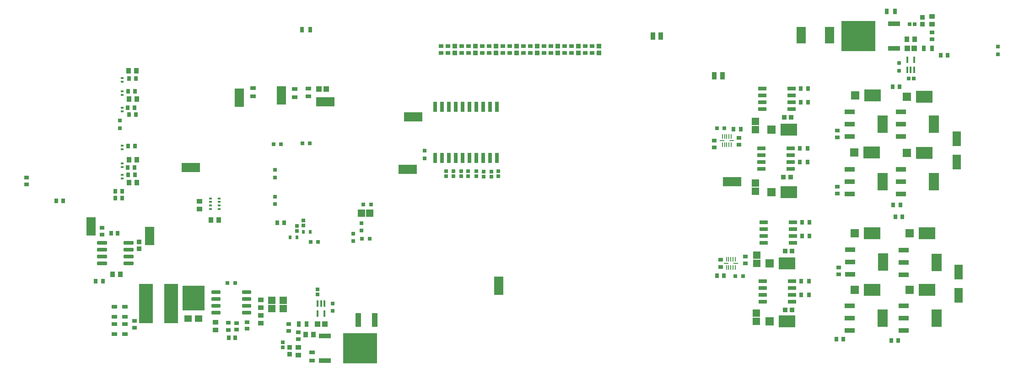
<source format=gbp>
G04*
G04 #@! TF.GenerationSoftware,Altium Limited,Altium Designer,23.7.1 (13)*
G04*
G04 Layer_Color=128*
%FSLAX44Y44*%
%MOMM*%
G71*
G04*
G04 #@! TF.SameCoordinates,9AC6D79B-6B5E-4FBD-9D38-37E555C90168*
G04*
G04*
G04 #@! TF.FilePolarity,Positive*
G04*
G01*
G75*
%ADD19R,1.7800X3.4300*%
%ADD20R,0.9500X0.8000*%
%ADD21R,0.9500X1.0500*%
%ADD23R,3.4300X1.7800*%
%ADD24R,0.6500X0.7000*%
%ADD25R,0.7000X0.6500*%
%ADD28R,0.8500X0.7500*%
%ADD30R,0.7500X0.8500*%
%ADD32R,0.7000X0.7000*%
%ADD33R,1.9000X0.9500*%
%ADD34R,1.9000X3.2500*%
%ADD36R,0.6000X0.8000*%
%ADD37R,0.8000X0.9500*%
%ADD45R,1.5250X0.6500*%
%ADD46R,3.1000X2.2000*%
%ADD47R,1.6000X2.8000*%
%ADD48R,1.5000X1.5200*%
%ADD49R,1.4562X1.3781*%
%ADD50R,0.9000X0.8500*%
%ADD51R,1.0500X0.9000*%
%ADD52R,0.4000X1.2000*%
%ADD53R,2.2500X0.9000*%
%ADD54R,1.1000X1.1000*%
%ADD55R,0.8000X1.0000*%
%ADD56R,0.7000X0.9000*%
%ADD57R,0.2000X0.9500*%
%ADD58R,6.3000X5.5500*%
%ADD59R,1.7800X3.1500*%
%ADD60R,0.8500X0.9000*%
%ADD61R,0.9500X0.2000*%
%ADD63R,0.9500X1.3500*%
%ADD64R,0.9000X0.7500*%
%ADD71R,0.7500X0.9000*%
%ADD81R,0.7000X0.7000*%
%ADD84R,1.0500X0.9500*%
%ADD176R,0.8500X0.7000*%
G04:AMPARAMS|DCode=177|XSize=0.65mm|YSize=1.65mm|CornerRadius=0.0488mm|HoleSize=0mm|Usage=FLASHONLY|Rotation=90.000|XOffset=0mm|YOffset=0mm|HoleType=Round|Shape=RoundedRectangle|*
%AMROUNDEDRECTD177*
21,1,0.6500,1.5525,0,0,90.0*
21,1,0.5525,1.6500,0,0,90.0*
1,1,0.0975,0.7763,0.2763*
1,1,0.0975,0.7763,-0.2763*
1,1,0.0975,-0.7763,-0.2763*
1,1,0.0975,-0.7763,0.2763*
%
%ADD177ROUNDEDRECTD177*%
%ADD178R,0.9000X1.0500*%
G04:AMPARAMS|DCode=179|XSize=1.9mm|YSize=0.6mm|CornerRadius=0.075mm|HoleSize=0mm|Usage=FLASHONLY|Rotation=180.000|XOffset=0mm|YOffset=0mm|HoleType=Round|Shape=RoundedRectangle|*
%AMROUNDEDRECTD179*
21,1,1.9000,0.4500,0,0,180.0*
21,1,1.7500,0.6000,0,0,180.0*
1,1,0.1500,-0.8750,0.2250*
1,1,0.1500,0.8750,0.2250*
1,1,0.1500,0.8750,-0.2250*
1,1,0.1500,-0.8750,-0.2250*
%
%ADD179ROUNDEDRECTD179*%
%ADD180R,2.5908X7.2898*%
%ADD181R,4.1500X4.6500*%
%ADD182R,0.5000X0.3500*%
%ADD183R,0.7000X1.9500*%
%ADD184R,1.0000X0.8000*%
%ADD185R,1.0000X1.1000*%
%ADD186R,1.0000X2.5000*%
%ADD187R,0.6000X0.3500*%
%ADD188R,1.4500X1.1500*%
%ADD189R,1.0500X0.8000*%
%ADD190R,1.3781X1.4562*%
D19*
X892810Y170180D02*
D03*
X138430Y280670D02*
D03*
X246380Y262890D02*
D03*
X490220Y523240D02*
D03*
X412750Y519430D02*
D03*
D20*
X504190Y86560D02*
D03*
Y99060D02*
D03*
X392430Y88500D02*
D03*
Y102000D02*
D03*
D21*
X549910Y80010D02*
D03*
X535410D02*
D03*
X1647560Y627380D02*
D03*
X1662060D02*
D03*
X374280Y292100D02*
D03*
X359780D02*
D03*
D23*
X723900Y386080D02*
D03*
X571500Y511810D02*
D03*
X322580Y389890D02*
D03*
X1324610Y363220D02*
D03*
X734060Y483870D02*
D03*
D24*
X530860Y291770D02*
D03*
X519430Y281610D02*
D03*
X891540Y373380D02*
D03*
X878840Y372770D02*
D03*
X864870D02*
D03*
X850900Y373380D02*
D03*
X835660D02*
D03*
X795020D02*
D03*
Y382880D02*
D03*
X808990Y383210D02*
D03*
X822960D02*
D03*
X835660Y382880D02*
D03*
X850900D02*
D03*
X864870Y382270D02*
D03*
X878840D02*
D03*
X891540Y382880D02*
D03*
X519430Y272110D02*
D03*
X530860Y282270D02*
D03*
X822960Y373710D02*
D03*
X808990D02*
D03*
X492760Y65710D02*
D03*
X557530Y163500D02*
D03*
X492760Y56210D02*
D03*
X557530Y154000D02*
D03*
D25*
X1651330Y554990D02*
D03*
X638810Y272650D02*
D03*
X1662100Y655320D02*
D03*
X1652600D02*
D03*
X1660830Y554990D02*
D03*
X638810Y286150D02*
D03*
D28*
X1052830Y614830D02*
D03*
X1065530Y614830D02*
D03*
X1014730Y614830D02*
D03*
X1027430Y614830D02*
D03*
X976630Y614830D02*
D03*
X989330Y614830D02*
D03*
X938530Y614830D02*
D03*
X951230Y614830D02*
D03*
X900430Y614830D02*
D03*
X913130Y614830D02*
D03*
X862330Y614830D02*
D03*
X875030Y614830D02*
D03*
X824230Y614830D02*
D03*
X836930Y614830D02*
D03*
X786130Y614830D02*
D03*
X798830Y614830D02*
D03*
X951230Y601830D02*
D03*
X989330D02*
D03*
X1027430D02*
D03*
X1065530D02*
D03*
X798830D02*
D03*
X836930D02*
D03*
X875030D02*
D03*
X913130D02*
D03*
X1694180Y627380D02*
D03*
Y640380D02*
D03*
X1518920Y341480D02*
D03*
X1521460Y191620D02*
D03*
X1518920Y445620D02*
D03*
X1291590Y439570D02*
D03*
X1348740Y211820D02*
D03*
X1337310Y431650D02*
D03*
X1303020Y218470D02*
D03*
X158750Y265130D02*
D03*
X521970Y83970D02*
D03*
X1518920Y458620D02*
D03*
Y354480D02*
D03*
X1521460Y204620D02*
D03*
X521970Y70970D02*
D03*
X19050Y370990D02*
D03*
X1348740Y224820D02*
D03*
X1303020Y205470D02*
D03*
X158750Y278130D02*
D03*
X1052830Y601830D02*
D03*
X1014730D02*
D03*
X976630D02*
D03*
X938530D02*
D03*
X900430D02*
D03*
X862330D02*
D03*
X824230D02*
D03*
X786130D02*
D03*
X1291590Y426570D02*
D03*
X1337310Y444650D02*
D03*
X19050Y357990D02*
D03*
D30*
X1530500Y71120D02*
D03*
X1635760Y320040D02*
D03*
X1626720Y298450D02*
D03*
X1621640Y539750D02*
D03*
X1632100Y68580D02*
D03*
X1327150Y461010D02*
D03*
X1309520Y189230D02*
D03*
X1622760Y320040D02*
D03*
X1639720Y298450D02*
D03*
X1634640Y539750D02*
D03*
X1517500Y71120D02*
D03*
X219860Y530860D02*
D03*
X221130Y554990D02*
D03*
X219860Y375920D02*
D03*
X218590Y389890D02*
D03*
Y500380D02*
D03*
X221130Y487680D02*
D03*
X219860Y429260D02*
D03*
X482450Y287020D02*
D03*
X195730Y332740D02*
D03*
Y345440D02*
D03*
X86510Y327660D02*
D03*
X1619100Y68580D02*
D03*
X206860Y530860D02*
D03*
X208130Y554990D02*
D03*
X206860Y375920D02*
D03*
X205590Y389890D02*
D03*
Y500380D02*
D03*
X206860Y429260D02*
D03*
X1296520Y189230D02*
D03*
X495450Y287020D02*
D03*
X208130Y487680D02*
D03*
X1340150Y461010D02*
D03*
X182730Y332740D02*
D03*
Y345440D02*
D03*
X73510Y327660D02*
D03*
D32*
X404510Y175260D02*
D03*
X390510D02*
D03*
X639430Y257810D02*
D03*
X489600Y433070D02*
D03*
X1344310Y187840D02*
D03*
X1330310D02*
D03*
X528940Y434340D02*
D03*
X542940D02*
D03*
X544180Y251460D02*
D03*
X558180D02*
D03*
X641970Y321310D02*
D03*
X655970D02*
D03*
X475600Y433070D02*
D03*
X1310020Y462280D02*
D03*
X1296020D02*
D03*
X653430Y257810D02*
D03*
D33*
X1642090Y133490D02*
D03*
Y87490D02*
D03*
Y110490D02*
D03*
Y213360D02*
D03*
X1541760Y340220D02*
D03*
X1543030Y191630D02*
D03*
X1541760Y446900D02*
D03*
Y87490D02*
D03*
X1637010Y340220D02*
D03*
X1642090Y190360D02*
D03*
X1637010Y446900D02*
D03*
Y386220D02*
D03*
X1541760Y363220D02*
D03*
X1642090Y236360D02*
D03*
X1543030Y214630D02*
D03*
X1637010Y492900D02*
D03*
X1541760Y469900D02*
D03*
Y492900D02*
D03*
Y386220D02*
D03*
X1543030Y237630D02*
D03*
X1541760Y133490D02*
D03*
Y110490D02*
D03*
X1637010Y469900D02*
D03*
Y363220D02*
D03*
D34*
X1703090Y110490D02*
D03*
Y213360D02*
D03*
X1602760Y363220D02*
D03*
X1604030Y214630D02*
D03*
X1602760Y469900D02*
D03*
Y110490D02*
D03*
X1698010Y469900D02*
D03*
Y363220D02*
D03*
D36*
X519580Y260350D02*
D03*
X530710Y270510D02*
D03*
X543710D02*
D03*
X506580Y260350D02*
D03*
D37*
X1723290Y598170D02*
D03*
X1710790D02*
D03*
X146920Y179070D02*
D03*
X160420D02*
D03*
D45*
X1381310Y140970D02*
D03*
X1382580Y250190D02*
D03*
X1378770Y412750D02*
D03*
Y400050D02*
D03*
X1382580Y275590D02*
D03*
Y262890D02*
D03*
X1380040Y523240D02*
D03*
Y510540D02*
D03*
X1381310Y166370D02*
D03*
Y153670D02*
D03*
X1434280Y510540D02*
D03*
Y535940D02*
D03*
X1435550Y153670D02*
D03*
Y179070D02*
D03*
X1433010Y400050D02*
D03*
Y425450D02*
D03*
X1436820Y262890D02*
D03*
Y288290D02*
D03*
X1434280Y497840D02*
D03*
X1435550Y140970D02*
D03*
X1433010Y387350D02*
D03*
X1436820Y250190D02*
D03*
X1433010Y412750D02*
D03*
X1436820Y275590D02*
D03*
X1434280Y523240D02*
D03*
X1435550Y166370D02*
D03*
X1380040Y497840D02*
D03*
X1378770Y387350D02*
D03*
X1382580Y288290D02*
D03*
X1381310Y179070D02*
D03*
X1378770Y425450D02*
D03*
X1380040Y535940D02*
D03*
D46*
X1583090Y267970D02*
D03*
X1425610Y104140D02*
D03*
X1584360Y523240D02*
D03*
X1684690Y267970D02*
D03*
Y162560D02*
D03*
X1429420Y459740D02*
D03*
Y344170D02*
D03*
X1425610Y212090D02*
D03*
X1582870Y417830D02*
D03*
X1583690Y162560D02*
D03*
X1679610Y520700D02*
D03*
X1680210Y416560D02*
D03*
D47*
X1743710Y195490D02*
D03*
X1739900Y443140D02*
D03*
X1743710Y152490D02*
D03*
X1739900Y400140D02*
D03*
D48*
X1550890Y267970D02*
D03*
X1393410Y104140D02*
D03*
X1552160Y523240D02*
D03*
X1393410Y212090D02*
D03*
X1648010Y416560D02*
D03*
X1652490Y267970D02*
D03*
X1647410Y520700D02*
D03*
X1550670Y417830D02*
D03*
X1551490Y162560D02*
D03*
X1652490D02*
D03*
X1397220Y459740D02*
D03*
Y344170D02*
D03*
D49*
X1369060Y104119D02*
D03*
X1370330Y212069D02*
D03*
X494030Y143531D02*
D03*
X472440D02*
D03*
X1367790Y459719D02*
D03*
Y345419D02*
D03*
X472440Y128249D02*
D03*
X494030D02*
D03*
X1370330Y227351D02*
D03*
X1369060Y119401D02*
D03*
X1367790Y360701D02*
D03*
Y475001D02*
D03*
D50*
X963930Y601830D02*
D03*
X1002030D02*
D03*
X1040130D02*
D03*
X1078230D02*
D03*
X811530D02*
D03*
X849630D02*
D03*
X887730D02*
D03*
X925830D02*
D03*
X1676400Y655170D02*
D03*
X227330Y238610D02*
D03*
X505460Y56030D02*
D03*
X1078230Y614830D02*
D03*
X227330Y251610D02*
D03*
X1040130Y614830D02*
D03*
X1002030D02*
D03*
X963930D02*
D03*
X925830D02*
D03*
X887730D02*
D03*
X849630D02*
D03*
X811530D02*
D03*
X1676400Y668170D02*
D03*
X505460Y43030D02*
D03*
D51*
X368300Y102500D02*
D03*
X452120Y115200D02*
D03*
Y129910D02*
D03*
X1694180Y655320D02*
D03*
X452120Y144410D02*
D03*
X521970Y56410D02*
D03*
X1694180Y669820D02*
D03*
X452120Y100700D02*
D03*
X368300Y88000D02*
D03*
X521970Y41910D02*
D03*
D52*
X557380Y118770D02*
D03*
X1648310Y589890D02*
D03*
X1661310D02*
D03*
Y570890D02*
D03*
X570380Y118770D02*
D03*
X557380Y137770D02*
D03*
X1654810Y570890D02*
D03*
X1648310D02*
D03*
X563880Y137770D02*
D03*
X570380D02*
D03*
D53*
X1624150Y610930D02*
D03*
Y656530D02*
D03*
X570410Y31810D02*
D03*
Y77410D02*
D03*
D54*
X1648310Y610870D02*
D03*
X1661310D02*
D03*
X557530Y99060D02*
D03*
X570530D02*
D03*
D55*
X528560Y645160D02*
D03*
X543560D02*
D03*
X1694060Y610870D02*
D03*
X537210Y99060D02*
D03*
X1679060Y610870D02*
D03*
X1625600Y679450D02*
D03*
X522210Y99060D02*
D03*
X1610600Y679450D02*
D03*
D56*
X1464960Y535940D02*
D03*
X1466230Y179070D02*
D03*
X1463690Y425450D02*
D03*
X1467500Y288290D02*
D03*
X1463690Y400050D02*
D03*
X1467500Y262890D02*
D03*
X1464960Y510540D02*
D03*
X1466285Y153861D02*
D03*
X1450960Y510540D02*
D03*
Y535940D02*
D03*
X1452285Y153861D02*
D03*
X1452230Y179070D02*
D03*
X1449690Y400050D02*
D03*
Y425450D02*
D03*
X1453500Y262890D02*
D03*
Y288290D02*
D03*
D57*
X1322450Y446920D02*
D03*
X1313960Y204590D02*
D03*
X1318450Y431920D02*
D03*
X1317960Y219590D02*
D03*
X1318450Y446920D02*
D03*
X1317960Y204590D02*
D03*
X1322450Y431920D02*
D03*
X1313960Y219590D02*
D03*
X1321960D02*
D03*
X1325960D02*
D03*
X1329960D02*
D03*
Y204590D02*
D03*
X1325960D02*
D03*
X1321960D02*
D03*
X1314450Y431920D02*
D03*
X1310450D02*
D03*
X1306450D02*
D03*
Y446920D02*
D03*
X1310450D02*
D03*
X1314450D02*
D03*
D58*
X1558150Y633730D02*
D03*
X636410Y54610D02*
D03*
D59*
X1504430Y635000D02*
D03*
X1452130D02*
D03*
D60*
X1433980Y482600D02*
D03*
X1435250Y125730D02*
D03*
X1432560Y372110D02*
D03*
X1435250Y234950D02*
D03*
X1419560Y372110D02*
D03*
X1422250Y234950D02*
D03*
X1420980Y482600D02*
D03*
X1422250Y125730D02*
D03*
D61*
X1305450Y439420D02*
D03*
X1330960Y212090D02*
D03*
X1312960D02*
D03*
X1323450Y439420D02*
D03*
D63*
X1177530Y633730D02*
D03*
X1192530D02*
D03*
X1306710Y560070D02*
D03*
X1291710D02*
D03*
D64*
X426720Y102520D02*
D03*
X407670Y101250D02*
D03*
X426720Y90520D02*
D03*
X407670Y89250D02*
D03*
D71*
X392780Y73660D02*
D03*
X175610Y267970D02*
D03*
X187610D02*
D03*
X404780Y73660D02*
D03*
D81*
X623570Y267350D02*
D03*
Y253350D02*
D03*
X1816100Y614060D02*
D03*
Y600060D02*
D03*
X755650Y407020D02*
D03*
Y421020D02*
D03*
X478790Y385460D02*
D03*
Y371460D02*
D03*
Y335930D02*
D03*
Y321930D02*
D03*
X1633220Y583580D02*
D03*
Y569580D02*
D03*
X585470Y123810D02*
D03*
Y137810D02*
D03*
X191770Y462900D02*
D03*
Y476900D02*
D03*
D84*
X339090Y312420D02*
D03*
Y326920D02*
D03*
D176*
X218440Y92810D02*
D03*
Y105310D02*
D03*
D177*
X369260Y120650D02*
D03*
X425760Y133350D02*
D03*
Y120650D02*
D03*
X369260Y133350D02*
D03*
X425760Y158750D02*
D03*
X369260D02*
D03*
X425760Y146050D02*
D03*
X369260D02*
D03*
D178*
X178170Y191620D02*
D03*
X192670D02*
D03*
X223150Y516890D02*
D03*
X221880Y568960D02*
D03*
X223150Y361950D02*
D03*
Y403860D02*
D03*
X207380Y568960D02*
D03*
X208650Y361950D02*
D03*
Y403860D02*
D03*
Y516890D02*
D03*
D179*
X158158Y224950D02*
D03*
Y237650D02*
D03*
X207258Y212250D02*
D03*
X158158Y250350D02*
D03*
X207258Y237650D02*
D03*
X158158Y212250D02*
D03*
X207258Y224950D02*
D03*
Y250350D02*
D03*
D180*
X286385Y137160D02*
D03*
X239395D02*
D03*
D181*
X327660Y147160D02*
D03*
D182*
X375030Y332330D02*
D03*
Y325830D02*
D03*
X359030Y312830D02*
D03*
Y319330D02*
D03*
Y325830D02*
D03*
Y332330D02*
D03*
X375030Y319330D02*
D03*
Y312830D02*
D03*
D183*
X800100Y407410D02*
D03*
X812800D02*
D03*
X825500D02*
D03*
X838200D02*
D03*
X850900D02*
D03*
X863600D02*
D03*
X876300D02*
D03*
X889000D02*
D03*
X838200Y501910D02*
D03*
X850900D02*
D03*
X863600D02*
D03*
X876300D02*
D03*
X787400D02*
D03*
X800100D02*
D03*
X812800D02*
D03*
X825500D02*
D03*
X774700D02*
D03*
X889000D02*
D03*
X787400Y407410D02*
D03*
X774700D02*
D03*
D184*
X438150Y522090D02*
D03*
X514685Y520259D02*
D03*
X540085Y521529D02*
D03*
Y536529D02*
D03*
X514685Y535259D02*
D03*
X547370Y31750D02*
D03*
X438150Y537090D02*
D03*
X547370Y46750D02*
D03*
D185*
X559755Y535379D02*
D03*
X573755D02*
D03*
D186*
X632700Y106680D02*
D03*
X662700D02*
D03*
D187*
X195580Y531010D02*
D03*
Y555700D02*
D03*
Y375920D02*
D03*
Y390450D02*
D03*
Y500530D02*
D03*
Y429970D02*
D03*
Y369420D02*
D03*
Y396950D02*
D03*
Y423470D02*
D03*
Y494030D02*
D03*
Y524510D02*
D03*
Y549200D02*
D03*
D188*
X317810Y109660D02*
D03*
X337510D02*
D03*
D189*
X181610Y99420D02*
D03*
Y80920D02*
D03*
Y112670D02*
D03*
Y131170D02*
D03*
X200660Y112670D02*
D03*
Y131170D02*
D03*
Y99420D02*
D03*
Y80920D02*
D03*
D190*
X638789Y304800D02*
D03*
X654071D02*
D03*
M02*

</source>
